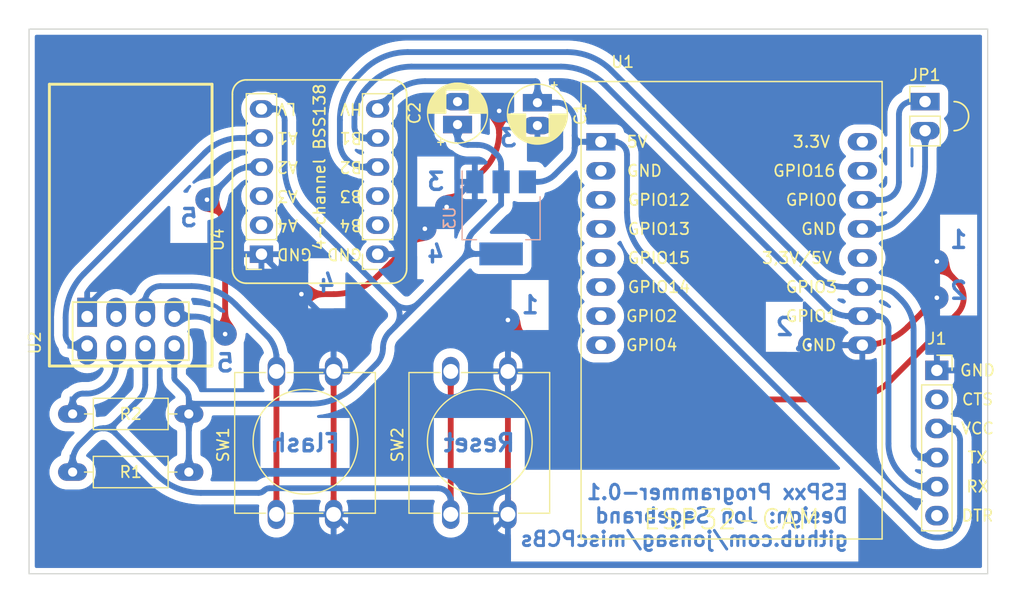
<source format=kicad_pcb>
(kicad_pcb (version 20211014) (generator pcbnew)
  (title_block (title "ESPxx Programmer") (date "2022-10-23") (rev "0.1"))
  (layers (0 "F.Cu" signal) (31 "B.Cu" signal) (34 "B.Paste" user) (35 "F.Paste" user) (36 "B.SilkS" user "B.Silkscreen") (37 "F.SilkS" user "F.Silkscreen") (38 "B.Mask" user) (39 "F.Mask" user) (44 "Edge.Cuts" user))
  (net 0 "")
  (net 1 "GND")
  (net 3 "+5V")
  (net 4 "TX")
  (net 13 "RX")
  (net 15 "Net-(JP1-Pad2)")
  (net 16 "Net-(JP1-Pad1)")
  (net 19 "+3V3")
  (net 20 "Net-(R1-Pad1)")
  (net 21 "Net-(R2-Pad1)")
  (net 22 "Net-(SW1-Pad1)")
  (net 23 "RX-l")
  (net 25 "TX-l")
  (footprint "My_Misc:CP_Radial_D5.0mm_P2.00mm_larger" (layer "F.Cu") (at 113.665 61.0498 -90)
    (fp_text reference "C1")
    (fp_text value "22u")
  )
  (footprint "My_Misc:SW_PUSH-12mm_large" (layer "F.Cu") (at 106.085 97.045 90)
    (fp_text reference "SW2")
    (fp_text value "Reset")
  )
  (footprint "My_Misc:SW_PUSH-12mm_large" (layer "F.Cu") (at 90.845 97.045 90)
    (fp_text reference "SW1")
    (fp_text value "Flash")
  )
  (footprint "My_ESP32:ESP32-CAM" (layer "F.Cu") (at 119.2135 64.4685)
    (fp_text reference "U1")
    (fp_text value "ESP32-CAM")
  )
  (footprint "My_Headers:6-pin FTDI Programmer PinSocket large" (layer "F.Cu") (at 148.59 84.455)
    (fp_text reference "J1")
    (fp_text value "FTDI Programmer")
  )
  (footprint "My_Misc:R_Axial_DIN0207_L6.3mm_D2.5mm_P10.16mm_Horizontal_larger_pads" (layer "F.Cu") (at 73.025 88.265)
    (fp_text reference "R2")
    (fp_text value "10k")
  )
  (footprint "My_Misc:R_Axial_DIN0207_L6.3mm_D2.5mm_P10.16mm_Horizontal_larger_pads" (layer "F.Cu") (at 73.025 93.345)
    (fp_text reference "R1")
    (fp_text value "10k")
  )
  (footprint "My_Parts:4-channel_I2C_level_shifter_BSS138_large" (layer "F.Cu") (at 89.5357 74.2957 90)
    (fp_text reference "U4")
    (fp_text value "Level shifter BSS138")
  )
  (footprint "My_Misc:CP_Radial_D5.0mm_P2.00mm_larger" (layer "F.Cu") (at 106.68 62.96 90)
    (fp_text reference "C2")
    (fp_text value "22u")
  )
  (footprint "My_Parts:Jumper_1x02_P2.54mm_large" (layer "F.Cu") (at 147.56 60.955)
    (fp_text reference "JP1")
    (fp_text value "Flash")
  )
  (footprint "My_ESP8266:ESP-01_w_pin_socket_large" (layer "F.Cu") (at 74.295 82.296 90)
    (fp_text reference "U2")
    (fp_text value "ESP-01h")
  )
  (footprint "Package_TO_SOT_SMD:SOT-223-3_TabPin2" (layer "B.Cu") (at 110.49 71.12 -90)
    (fp_text reference "U3")
    (fp_text value "AMS1117-3.3")
  )
  (gr_line (start 153.035 102.235) (end 69.215 102.235) (layer "Edge.Cuts") (width 0.1))
  (gr_line (start 69.215 54.61) (end 153.035 54.61) (layer "Edge.Cuts") (width 0.1))
  (gr_line (start 153.035 54.61) (end 153.035 102.235) (layer "Edge.Cuts") (width 0.1))
  (gr_line (start 69.215 102.235) (end 69.215 54.61) (layer "Edge.Cuts") (width 0.1))
  (gr_text "${TITLE}-${REVISION}\nDesign: Jon Sagebrand\ngithub.com/jonsag/miscPCBs" (at 140.97 97.155) (layer "B.Cu") (effects (font (size 1.27 1.27) (thickness 0.254)) (justify left mirror)))
  (gr_text "Reset" (at 108.585 90.805) (layer "B.Cu") (effects (font (size 1.5 1.5) (thickness 0.3)) (justify mirror)))
  (gr_text "Flash" (at 93.345 90.805) (layer "B.Cu") (effects (font (size 1.5 1.5) (thickness 0.3)) (justify mirror)))
  (gr_text "5" (at 83.185 71.12) (layer "B.Cu") (effects (font (size 1.5 1.5) (thickness 0.3)) (justify mirror)))
  (gr_text "3" (at 104.775 67.945) (layer "B.Cu") (effects (font (size 1.5 1.5) (thickness 0.3)) (justify mirror)))
  (gr_text "5" (at 86.36 83.82) (layer "B.Cu") (effects (font (size 1.5 1.5) (thickness 0.3)) (justify mirror)))
  (gr_text "4" (at 95.25 76.835) (layer "B.Cu") (effects (font (size 1.5 1.5) (thickness 0.3)) (justify mirror)))
  (gr_text "3" (at 111.125 64.135) (layer "B.Cu") (effects (font (size 1.5 1.5) (thickness 0.3)) (justify mirror)))
  (gr_text "1" (at 113.03 78.74) (layer "B.Cu") (effects (font (size 1.5 1.5) (thickness 0.3)) (justify mirror)))
  (gr_text "2" (at 150.495 77.47) (layer "B.Cu") (effects (font (size 1.5 1.5) (thickness 0.3)) (justify mirror)))
  (gr_text "2" (at 135.255 80.645) (layer "B.Cu") (effects (font (size 1.5 1.5) (thickness 0.3)) (justify mirror)))
  (gr_text "4" (at 104.775 74.295) (layer "B.Cu") (effects (font (size 1.5 1.5) (thickness 0.3)) (justify mirror)))
  (gr_text "1" (at 150.495 73.025) (layer "B.Cu") (effects (font (size 1.5 1.5) (thickness 0.3)) (justify mirror)))
  (segment (start 110.318589 63.671411) (end 110.318589 61.766411) (width 0.508) (layer "F.Cu") (net 1))
  (segment (start 150.350787 79.519212) (end 144.468792 85.401207) (width 0.508) (layer "F.Cu") (net 1))
  (segment (start 93.0275 77.7875) (end 95.853536 77.7875) (width 0.508) (layer "F.Cu") (net 1))
  (segment (start 111.085 84.52) (end 111.085 84.57) (width 0.508) (layer "F.Cu") (net 1))
  (segment (start 111.085 80.05) (end 116.436207 85.401207) (width 0.508) (layer "F.Cu") (net 1))
  (segment (start 103.8225 72.0725) (end 99.701292 76.193707) (width 0.508) (layer "F.Cu") (net 1))
  (segment (start 111.085 84.57) (end 111.085 97.045) (width 0.508) (layer "F.Cu") (net 1))
  (segment (start 140.621036 86.995) (end 120.283963 86.995) (width 0.508) (layer "F.Cu") (net 1))
  (segment (start 146.040292 80.654707) (end 148.59 78.105) (width 0.508) (layer "F.Cu") (net 1))
  (segment (start 95.845 84.57) (end 95.845 97.045) (width 0.508) (layer "F.Cu") (net 1))
  (segment (start 111.102677 84.477322) (end 111.125 84.455) (width 0.508) (layer "F.Cu") (net 1))
  (segment (start 95.845 84.52) (end 95.845 84.57) (width 0.508) (layer "F.Cu") (net 1))
  (segment (start 95.862677 84.477322) (end 95.885 84.455) (width 0.508) (layer "F.Cu") (net 1))
  (segment (start 150.350787 76.690787) (end 148.59 74.93) (width 0.508) (layer "F.Cu") (net 1))
  (segment (start 142.192536 82.2485) (end 137.4615 82.2485) (width 0.508) (layer "F.Cu") (net 1))
  (segment (start 108.97155 66.923449) (end 105.7275 70.1675) (width 0.508) (layer "F.Cu") (net 1))
  (via (at 111.085 80.05) (size 2.032) (drill 0.4) (layers "F.Cu" "B.Cu") (net 1))
  (via (at 148.59 74.93) (size 2.032) (drill 0.4) (layers "F.Cu" "B.Cu") (net 1))
  (via (at 148.59 78.105) (size 2.032) (drill 0.4) (layers "F.Cu" "B.Cu") (net 1))
  (via (at 110.318589 61.766411) (size 2.032) (drill 0.4) (layers "F.Cu" "B.Cu") (net 1))
  (via (at 137.4615 82.2485) (size 2.032) (drill 0.4) (layers "F.Cu" "B.Cu") (net 1))
  (via (at 103.8225 72.0725) (size 2.032) (drill 0.4) (layers "F.Cu" "B.Cu") (net 1))
  (via (at 105.7275 70.1675) (size 2.032) (drill 0.4) (layers "F.Cu" "B.Cu") (net 1))
  (via (at 93.0275 77.7875) (size 2.032) (drill 0.4) (layers "F.Cu" "B.Cu") (net 1))
  (arc (start 111.102677 84.477322) (mid 111.089594 84.496902) (end 111.085 84.52) (width 0.508) (layer "F.Cu") (net 1))
  (arc (start 99.701292 76.193707) (mid 97.935926 77.373286) (end 95.853536 77.7875) (width 0.508) (layer "F.Cu") (net 1))
  (arc (start 95.862677 84.477322) (mid 95.849594 84.496902) (end 95.845 84.52) (width 0.508) (layer "F.Cu") (net 1))
  (arc (start 146.040292 80.654707) (mid 144.274926 81.834286) (end 142.192536 82.2485) (width 0.508) (layer "F.Cu") (net 1))
  (arc (start 144.468792 85.401207) (mid 142.703426 86.580786) (end 140.621036 86.995) (width 0.508) (layer "F.Cu") (net 1))
  (arc (start 150.350787 76.690787) (mid 150.936573 78.104999) (end 150.350787 79.519212) (width 0.508) (layer "F.Cu") (net 1))
  (arc (start 116.436207 85.401207) (mid 118.201572 86.580786) (end 120.283963 86.995) (width 0.508) (layer "F.Cu") (net 1))
  (arc (start 110.318589 63.671411) (mid 109.968504 65.431401) (end 108.97155 66.923449) (width 0.508) (layer "F.Cu") (net 1))
  (segment (start 105.7275 70.1675) (end 103.8225 72.0725) (width 0.508) (layer "B.Cu") (net 1))
  (segment (start 106.788948 99.695) (end 100.368832 99.695) (width 0.508) (layer "B.Cu") (net 1))
  (segment (start 111.085 80.05) (end 111.085 84.545) (width 0.508) (layer "B.Cu") (net 1))
  (segment (start 102.272324 73.622675) (end 103.8225 72.0725) (width 0.508) (layer "B.Cu") (net 1))
  (segment (start 95.845 82.575) (end 95.845 84.545) (width 0.508) (layer "B.Cu") (net 1))
  (segment (start 97.17 98.37) (end 95.845 97.045) (width 0.508) (layer "B.Cu") (net 1))
  (segment (start 110.318589 61.766411) (end 110.960283 62.408105) (width 0.508) (layer "B.Cu") (net 1))
  (segment (start 105.7275 70.1675) (end 107.95 67.945) (width 0.508) (layer "B.Cu") (net 1))
  (segment (start 109.915383 61.363205) (end 110.318589 61.766411) (width 0.508) (layer "B.Cu") (net 1))
  (segment (start 93.0275 77.7875) (end 89.535 74.295) (width 0.508) (layer "B.Cu") (net 1))
  (segment (start 74.295 79.113062) (end 74.295 79.375) (width 0.508) (layer "B.Cu") (net 1))
  (segment (start 74.480218 78.665905) (end 77.256631 75.889492) (width 0.508) (layer "B.Cu") (net 1))
  (segment (start 112.509471 63.0498) (end 113.665 63.0498) (width 0.508) (layer "B.Cu") (net 1))
  (segment (start 148.59 78.105) (end 148.59 84.455) (width 0.508) (layer "B.Cu") (net 1))
  (segment (start 148.59 78.105) (end 148.59 74.93) (width 0.508) (layer "B.Cu") (net 1))
  (segment (start 109.855 98.425) (end 111.125 97.155) (width 0.508) (layer "B.Cu") (net 1))
  (segment (start 137.4615 82.2485) (end 142.0735 82.2485) (width 0.508) (layer "B.Cu") (net 1))
  (segment (start 137.039692 82.2485) (end 137.4615 82.2485) (width 0.508) (layer "B.Cu") (net 1))
  (segment (start 108.941959 60.96) (end 106.68 60.96) (width 0.508) (layer "B.Cu") (net 1))
  (segment (start 111.105 79.395) (end 111.125 79.375) (width 0.508) (layer "B.Cu") (net 1))
  (segment (start 111.085 79.443284) (end 111.085 80.05) (width 0.508) (layer "B.Cu") (net 1))
  (segment (start 93.0275 77.7875) (end 94.451999 79.211999) (width 0.508) (layer "B.Cu") (net 1))
  (segment (start 136.67575 82.39925) (end 136.525 82.55) (width 0.508) (layer "B.Cu") (net 1))
  (segment (start 81.104387 74.2957) (end 89.5357 74.2957) (width 0.508) (layer "B.Cu") (net 1))
  (segment (start 100.6475 74.2957) (end 99.6957 74.2957) (width 0.508) (layer "B.Cu") (net 1))
  (arc (start 109.855 98.425) (mid 108.448283 99.364937) (end 106.788948 99.695) (width 0.508) (layer "B.Cu") (net 1))
  (arc (start 111.105 79.395) (mid 111.090197 79.417152) (end 111.085 79.443284) (width 0.508) (layer "B.Cu") (net 1))
  (arc (start 109.915383 61.363205) (mid 109.468772 61.064789) (end 108.941959 60.96) (width 0.508) (layer "B.Cu") (net 1))
  (arc (start 137.039692 82.2485) (mid 136.842728 82.287678) (end 136.67575 82.39925) (width 0.508) (layer "B.Cu") (net 1))
  (arc (start 81.104387 74.2957) (mid 79.021996 74.709913) (end 77.256631 75.889492) (width 0.508) (layer "B.Cu") (net 1))
  (arc (start 110.960283 62.408105) (mid 111.671056 62.883028) (end 112.509471 63.0498) (width 0.508) (layer "B.Cu") (net 1))
  (arc (start 74.480218 78.665905) (mid 74.343136 78.871062) (end 74.295 79.113062) (width 0.508) (layer "B.Cu") (net 1))
  (arc (start 94.451999 79.211999) (mid 95.48297 80.754957) (end 95.845 82.575) (width 0.508) (layer "B.Cu") (net 1))
  (arc (start 97.17 98.37) (mid 98.637636 99.350643) (end 100.368832 99.695) (width 0.508) (layer "B.Cu") (net 1))
  (arc (start 102.272324 73.622675) (mid 101.526848 74.120786) (end 100.6475 74.2957) (width 0.508) (layer "B.Cu") (net 1))
  (segment (start 116.43925 61.53775) (end 116.355446 61.453946) (width 0.508) (layer "B.Cu") (net 3))
  (segment (start 117.4925 64.4685) (end 118.07035 64.4685) (width 0.508) (layer "B.Cu") (net 3))
  (segment (start 113.486095 59.1667) (end 103.842262 59.1667) (width 0.508) (layer "B.Cu") (net 3))
  (segment (start 116.9272 62.715765) (end 116.9272 63.9032) (width 0.508) (layer "B.Cu") (net 3))
  (segment (start 121.4998 65.61165) (end 121.4998 70.641736) (width 0.508) (layer "B.Cu") (net 3))
  (segment (start 147.029595 98.425495) (end 123.093592 74.489492) (width 0.508) (layer "B.Cu") (net 3))
  (segment (start 114.23665 61.0498) (end 114.2366 61.0498) (width 0.508) (layer "B.Cu") (net 3))
  (segment (start 148.60295 99.0772) (end 148.748408 99.0772) (width 0.508) (layer "B.Cu") (net 3))
  (segment (start 113.665 59.345604) (end 113.665 60.4782) (width 0.508) (layer "B.Cu") (net 3))
  (segment (start 113.67315 67.97) (end 112.79 67.97) (width 0.508) (layer "B.Cu") (net 3))
  (segment (start 115.37975 61.0498) (end 114.23665 61.0498) (width 0.508) (layer "B.Cu") (net 3))
  (segment (start 120.35665 64.4685) (end 118.07035 64.4685) (width 0.508) (layer "B.Cu") (net 3))
  (segment (start 116.9272 65.0338) (end 116.9272 63.9032) (width 0.508) (layer "B.Cu") (net 3))
  (segment (start 100.9102 60.3812) (end 99.6957 61.5957) (width 0.508) (layer "B.Cu") (net 3))
  (segment (start 150.6223 90.55115) (end 150.6223 97.203308) (width 0.508) (layer "B.Cu") (net 3))
  (segment (start 149.60615 89.535) (end 148.59 89.535) (width 0.508) (layer "B.Cu") (net 3))
  (segment (start 115.180781 67.345518) (end 116.527472 65.998827) (width 0.508) (layer "B.Cu") (net 3))
  (arc (start 116.43925 61.53775) (mid 116.800385 62.078227) (end 116.9272 62.715765) (width 0.508) (layer "B.Cu") (net 3))
  (arc (start 117.4925 64.4685) (mid 117.092772 64.634072) (end 116.9272 65.0338) (width 0.508) (layer "B.Cu") (net 3))
  (arc (start 150.6223 97.203308) (mid 150.479658 97.920415) (end 150.07345 98.52835) (width 0.508) (layer "B.Cu") (net 3))
  (arc (start 121.4998 70.641736) (mid 121.914013 72.724126) (end 123.093592 74.489492) (width 0.508) (layer "B.Cu") (net 3))
  (arc (start 113.665 60.4782) (mid 113.832417 60.882382) (end 114.2366 61.0498) (width 0.508) (layer "B.Cu") (net 3))
  (arc (start 147.029595 98.425495) (mid 147.751456 98.907827) (end 148.60295 99.0772) (width 0.508) (layer "B.Cu") (net 3))
  (arc (start 116.355446 61.453946) (mid 115.907793 61.154834) (end 115.37975 61.0498) (width 0.508) (layer "B.Cu") (net 3))
  (arc (start 113.6126 59.2191) (mid 113.554559 59.180318) (end 113.486095 59.1667) (width 0.508) (layer "B.Cu") (net 3))
  (arc (start 103.842262 59.1667) (mid 102.255441 59.482338) (end 100.9102 60.3812) (width 0.508) (layer "B.Cu") (net 3))
  (arc (start 116.9272 65.0338) (mid 116.823314 65.556068) (end 116.527472 65.998827) (width 0.508) (layer "B.Cu") (net 3))
  (arc (start 115.180781 67.345518) (mid 114.489074 67.807702) (end 113.67315 67.97) (width 0.508) (layer "B.Cu") (net 3))
  (arc (start 113.6126 59.2191) (mid 113.651381 59.27714) (end 113.665 59.345604) (width 0.508) (layer "B.Cu") (net 3))
  (arc (start 150.07345 98.52835) (mid 149.465515 98.934558) (end 148.748408 99.0772) (width 0.508) (layer "B.Cu") (net 3))
  (arc (start 116.9272 63.9032) (mid 117.092772 64.302927) (end 117.4925 64.4685) (width 0.508) (layer "B.Cu") (net 3))
  (arc (start 150.6223 90.55115) (mid 150.324676 89.832623) (end 149.60615 89.535) (width 0.508) (layer "B.Cu") (net 3))
  (arc (start 121.4998 65.61165) (mid 121.164979 64.80332) (end 120.35665 64.4685) (width 0.508) (layer "B.Cu") (net 3))
  (segment (start 143.3205 77.1685) (end 142.38505 77.1685) (width 0.508) (layer "B.Cu") (net 4))
  (segment (start 146.5577 80.920549) (end 146.5577 91.05885) (width 0.508) (layer "B.Cu") (net 4))
  (segment (start 97.986892 58.703106) (end 98.470207 58.219792) (width 0.508) (layer "B.Cu") (net 4))
  (segment (start 120.115692 58.219792) (end 138.000522 76.104622) (width 0.508) (layer "B.Cu") (net 4))
  (segment (start 145.094696 77.903396) (end 145.45875 78.26745) (width 0.508) (layer "B.Cu") (net 4))
  (segment (start 98.561637 66.6757) (end 99.6957 66.6757) (width 0.508) (layer "B.Cu") (net 4))
  (segment (start 116.267936 56.626) (end 102.317963 56.626) (width 0.508) (layer "B.Cu") (net 4))
  (segment (start 147.57385 92.075) (end 148.59 92.075) (width 0.508) (layer "B.Cu") (net 4))
  (segment (start 142.38505 77.1685) (end 142.17735 77.1685) (width 0.508) (layer "B.Cu") (net 4))
  (segment (start 141.96965 77.1685) (end 140.56895 77.1685) (width 0.508) (layer "B.Cu") (net 4))
  (segment (start 96.3931 64.507162) (end 96.3931 62.550863) (width 0.508) (layer "B.Cu") (net 4))
  (segment (start 142.17735 77.1685) (end 141.96965 77.1685) (width 0.508) (layer "B.Cu") (net 4))
  (arc (start 97.02825 66.04055) (mid 97.731774 66.510629) (end 98.561637 66.6757) (width 0.508) (layer "B.Cu") (net 4))
  (arc (start 97.986892 58.703106) (mid 96.807313 60.468472) (end 96.3931 62.550863) (width 0.508) (layer "B.Cu") (net 4))
  (arc (start 138.000522 76.104622) (mid 139.178926 76.892007) (end 140.56895 77.1685) (width 0.508) (layer "B.Cu") (net 4))
  (arc (start 146.5577 91.05885) (mid 146.855323 91.777376) (end 147.57385 92.075) (width 0.508) (layer "B.Cu") (net 4))
  (arc (start 145.45875 78.26745) (mid 146.272092 79.484702) (end 146.5577 80.920549) (width 0.508) (layer "B.Cu") (net 4))
  (arc (start 102.317963 56.626) (mid 100.235572 57.040213) (end 98.470207 58.219792) (width 0.508) (layer "B.Cu") (net 4))
  (arc (start 145.094696 77.903396) (mid 144.280687 77.359493) (end 143.3205 77.1685) (width 0.508) (layer "B.Cu") (net 4))
  (arc (start 120.115692 58.219792) (mid 118.350326 57.040213) (end 116.267936 56.626) (width 0.508) (layer "B.Cu") (net 4))
  (arc (start 96.3931 64.507162) (mid 96.55817 65.337025) (end 97.02825 66.04055) (width 0.508) (layer "B.Cu") (net 4))
  (segment (start 102.65976 57.8963) (end 115.721036 57.8963) (width 0.508) (layer "B.Cu") (net 13))
  (segment (start 147.57385 94.615) (end 148.59 94.615) (width 0.508) (layer "B.Cu") (net 13))
  (segment (start 138.97887 78.90017) (end 119.568792 59.490092) (width 0.508) (layer "B.Cu") (net 13))
  (segment (start 142.38505 79.7085) (end 143.3205 79.7085) (width 0.508) (layer "B.Cu") (net 13))
  (segment (start 97.6634 63.11955) (end 97.6634 62.4794) (width 0.508) (layer "B.Cu") (net 13))
  (segment (start 98.67955 64.1357) (end 99.6957 64.1357) (width 0.508) (layer "B.Cu") (net 13))
  (segment (start 98.83458 59.651919) (end 99.1268 59.3597) (width 0.508) (layer "B.Cu") (net 13))
  (segment (start 142.17735 79.7085) (end 141.96965 79.7085) (width 0.508) (layer "B.Cu") (net 13))
  (segment (start 145.45875 93.51605) (end 145.839173 93.896473) (width 0.508) (layer "B.Cu") (net 13))
  (segment (start 144.3598 90.86295) (end 144.3598 80.7478) (width 0.508) (layer "B.Cu") (net 13))
  (segment (start 141.96965 79.7085) (end 140.93035 79.7085) (width 0.508) (layer "B.Cu") (net 13))
  (segment (start 142.38505 79.7085) (end 142.17735 79.7085) (width 0.508) (layer "B.Cu") (net 13))
  (arc (start 144.3598 90.86295) (mid 144.645407 92.298797) (end 145.45875 93.51605) (width 0.508) (layer "B.Cu") (net 13))
  (arc (start 98.83458 59.651919) (mid 97.967779 60.949178) (end 97.6634 62.4794) (width 0.508) (layer "B.Cu") (net 13))
  (arc (start 138.97887 78.90017) (mid 139.874216 79.498421) (end 140.93035 79.7085) (width 0.508) (layer "B.Cu") (net 13))
  (arc (start 102.65976 57.8963) (mid 100.747735 58.276625) (end 99.1268 59.3597) (width 0.508) (layer "B.Cu") (net 13))
  (arc (start 145.839173 93.896473) (mid 146.635049 94.42826) (end 147.57385 94.615) (width 0.508) (layer "B.Cu") (net 13))
  (arc (start 97.6634 63.11955) (mid 97.961023 63.838076) (end 98.67955 64.1357) (width 0.508) (layer "B.Cu") (net 13))
  (arc (start 119.568792 59.490092) (mid 117.803426 58.310513) (end 115.721036 57.8963) (width 0.508) (layer "B.Cu") (net 13))
  (arc (start 144.3598 80.7478) (mid 144.055396 80.012903) (end 143.3205 79.7085) (width 0.508) (layer "B.Cu") (net 13))
  (segment (start 145.966206 70.482092) (end 145.168129 71.28017) (width 0.508) (layer "B.Cu") (net 15))
  (segment (start 147.56 66.634336) (end 147.56 63.495) (width 0.508) (layer "B.Cu") (net 15))
  (segment (start 143.21665 72.0885) (end 142.0735 72.0885) (width 0.508) (layer "B.Cu") (net 15))
  (arc (start 147.56 66.634336) (mid 147.145786 68.716726) (end 145.966206 70.482092) (width 0.508) (layer "B.Cu") (net 15))
  (arc (start 145.168129 71.28017) (mid 144.272782 71.878421) (end 143.21665 72.0885) (width 0.508) (layer "B.Cu") (net 15))
  (segment (start 146.41685 60.955) (end 147.56 60.955) (width 0.508) (layer "B.Cu") (net 16))
  (segment (start 143.713575 69.5485) (end 142.0735 69.5485) (width 0.508) (layer "B.Cu") (net 16))
  (segment (start 145.2737 62.09815) (end 145.2737 67.988375) (width 0.508) (layer "B.Cu") (net 16))
  (arc (start 145.2737 67.988375) (mid 145.154942 68.585409) (end 144.81675 69.09155) (width 0.508) (layer "B.Cu") (net 16))
  (arc (start 144.81675 69.09155) (mid 144.310609 69.429742) (end 143.713575 69.5485) (width 0.508) (layer "B.Cu") (net 16))
  (arc (start 146.41685 60.955) (mid 145.60852 61.28982) (end 145.2737 62.09815) (width 0.508) (layer "B.Cu") (net 16))
  (segment (start 81.915 84.8366) (end 81.915 85.09) (width 0.508) (layer "B.Cu") (net 19))
  (segment (start 82.00459 85.30629) (end 82.870655 86.172355) (width 0.508) (layer "B.Cu") (net 19))
  (segment (start 109.8823 65.346) (end 110.133582 65.597282) (width 0.508) (layer "B.Cu") (net 19))
  (segment (start 106.68 63.84915) (end 106.68 62.96) (width 0.508) (layer "B.Cu") (net 19))
  (segment (start 107.061577 74.782122) (end 103.25875 78.58495) (width 0.508) (layer "B.Cu") (net 19))
  (segment (start 81.915 84.8366) (end 81.915 82.296) (width 0.508) (layer "B.Cu") (net 19))
  (segment (start 100.739691 81.104008) (end 101.19325 80.65045) (width 0.508) (layer "B.Cu") (net 19))
  (segment (start 83.185 87.82035) (end 83.185 87.8204) (width 0.508) (layer "B.Cu") (net 19))
  (segment (start 93.161799 70.553584) (end 101.193245 78.584954) (width 0.508) (layer "B.Cu") (net 19))
  (segment (start 110.49 66.45775) (end 110.49 67.46585) (width 0.508) (layer "B.Cu") (net 19))
  (segment (start 83.62955 87.3758) (end 93.852136 87.3758) (width 0.508) (layer "B.Cu") (net 19))
  (segment (start 110.49 67.46585) (end 110.49 67.4659) (width 0.508) (layer "B.Cu") (net 19))
  (segment (start 99.581308 83.900591) (end 97.699892 85.782007) (width 0.508) (layer "B.Cu") (net 19))
  (segment (start 83.185 88.7096) (end 83.185 93.345) (width 0.508) (layer "B.Cu") (net 19))
  (segment (start 108.29795 74.27) (end 110.49 74.27) (width 0.508) (layer "B.Cu") (net 19))
  (segment (start 91.568 66.705837) (end 91.568 62.61185) (width 0.508) (layer "B.Cu") (net 19))
  (segment (start 110.49 69.94575) (end 110.49 68.4741) (width 0.508) (layer "B.Cu") (net 19))
  (segment (start 107.56915 64.7383) (end 108.415182 64.7383) (width 0.508) (layer "B.Cu") (net 19))
  (segment (start 103.25875 78.58495) (end 101.19325 80.65045) (width 0.508) (layer "B.Cu") (net 19))
  (segment (start 83.185 87.8204) (end 83.185 88.7096) (width 0.508) (layer "B.Cu") (net 19))
  (segment (start 110.49 67.4659) (end 110.49 68.4741) (width 0.508) (layer "B.Cu") (net 19))
  (segment (start 90.55185 61.5957) (end 89.5357 61.5957) (width 0.508) (layer "B.Cu") (net 19))
  (segment (start 110.380226 70.014973) (end 108.085822 72.309377) (width 0.508) (layer "B.Cu") (net 19))
  (arc (start 110.44945 69.9863) (mid 110.411986 69.993751) (end 110.380226 70.014973) (width 0.508) (layer "B.Cu") (net 19))
  (arc (start 81.915 85.09) (mid 81.938283 85.207055) (end 82.00459 85.30629) (width 0.508) (layer "B.Cu") (net 19))
  (arc (start 91.568 62.61185) (mid 91.270376 61.893323) (end 90.55185 61.5957) (width 0.508) (layer "B.Cu") (net 19))
  (arc (start 108.085822 72.309377) (mid 107.706796 72.87663) (end 107.5737 73.54575) (width 0.508) (layer "B.Cu") (net 19))
  (arc (start 106.68 63.84915) (mid 106.940426 64.477873) (end 107.56915 64.7383) (width 0.508) (layer "B.Cu") (net 19))
  (arc (start 101.19325 80.65045) (mid 101.621026 79.617701) (end 101.193245 78.584954) (width 0.508) (layer "B.Cu") (net 19))
  (arc (start 100.1605 82.5023) (mid 100.009972 83.259049) (end 99.581308 83.900591) (width 0.508) (layer "B.Cu") (net 19))
  (arc (start 107.5737 73.54575) (mid 107.785827 74.057872) (end 108.29795 74.27) (width 0.508) (layer "B.Cu") (net 19))
  (arc (start 110.49 69.94575) (mid 110.478123 69.974423) (end 110.44945 69.9863) (width 0.508) (layer "B.Cu") (net 19))
  (arc (start 108.29795 74.27) (mid 107.62883 74.403096) (end 107.061577 74.782122) (width 0.508) (layer "B.Cu") (net 19))
  (arc (start 97.699892 85.782007) (mid 95.934526 86.961586) (end 93.852136 87.3758) (width 0.508) (layer "B.Cu") (net 19))
  (arc (start 109.8823 65.346) (mid 109.20918 64.896236) (end 108.415182 64.7383) (width 0.508) (layer "B.Cu") (net 19))
  (arc (start 100.739691 81.104008) (mid 100.311026 81.74555) (end 100.1605 82.5023) (width 0.508) (layer "B.Cu") (net 19))
  (arc (start 83.185 87.82035) (mid 83.185 87.3758) (end 83.185 86.93125) (width 0.508) (layer "B.Cu") (net 19))
  (arc (start 101.193245 78.584954) (mid 102.225998 79.01273) (end 103.25875 78.58495) (width 0.508) (layer "B.Cu") (net 19))
  (arc (start 82.870655 86.172355) (mid 83.103304 86.520539) (end 83.185 86.93125) (width 0.508) (layer "B.Cu") (net 19))
  (arc (start 107.061577 74.782122) (mid 107.440603 74.214869) (end 107.5737 73.54575) (width 0.508) (layer "B.Cu") (net 19))
  (arc (start 83.185 86.93125) (mid 83.315205 87.245594) (end 83.62955 87.3758) (width 0.508) (layer "B.Cu") (net 19))
  (arc (start 83.62955 87.3758) (mid 83.315205 87.506005) (end 83.185 87.82035) (width 0.508) (layer "B.Cu") (net 19))
  (arc (start 91.568 66.705837) (mid 91.982215 68.788224) (end 93.161799 70.553584) (width 0.508) (layer "B.Cu") (net 19))
  (arc (start 110.133582 65.597282) (mid 110.397369 65.992068) (end 110.49 66.45775) (width 0.508) (layer "B.Cu") (net 19))
  (segment (start 106.085 84.57) (end 106.085 97.045) (width 0.508) (layer "F.Cu") (net 20))
  (segment (start 106.067322 84.477322) (end 106.045 84.455) (width 0.508) (layer "F.Cu") (net 20))
  (segment (start 106.085 84.52) (end 106.085 84.57) (width 0.508) (layer "F.Cu") (net 20))
  (arc (start 106.067322 84.477322) (mid 106.080405 84.496902) (end 106.085 84.52) (width 0.508) (layer "F.Cu") (net 20))
  (segment (start 104.94185 94.7587) (end 90.253824 94.7587) (width 0.508) (layer "B.Cu") (net 20))
  (segment (start 79.375 84.213) (end 79.375 82.296) (width 0.508) (layer "B.Cu") (net 20))
  (segment (start 79.375 84.213) (end 79.375 85.7136) (width 0.508) (layer "B.Cu") (net 20))
  (segment (start 76.767651 89.953151) (end 80.383907 93.569407) (width 0.508) (layer "B.Cu") (net 20))
  (segment (start 73.025 92.45585) (end 73.025 93.345) (width 0.508) (layer "B.Cu") (net 20))
  (segment (start 89.277275 95.1632) (end 84.231663 95.1632) (width 0.508) (layer "B.Cu") (net 20))
  (segment (start 74.638548 89.953151) (end 73.653723 90.937976) (width 0.508) (layer "B.Cu") (net 20))
  (segment (start 106.085 95.90185) (end 106.085 97.045) (width 0.508) (layer "B.Cu") (net 20))
  (segment (start 78.844457 86.994442) (end 76.767651 89.071248) (width 0.508) (layer "B.Cu") (net 20))
  (arc (start 75.7031 89.5122) (mid 75.126968 89.626799) (end 74.638548 89.953151) (width 0.508) (layer "B.Cu") (net 20))
  (arc (start 90.253824 94.7587) (mid 89.989572 94.811263) (end 89.76555 94.96095) (width 0.508) (layer "B.Cu") (net 20))
  (arc (start 76.767651 89.071248) (mid 76.585003 89.512199) (end 76.767651 89.953151) (width 0.508) (layer "B.Cu") (net 20))
  (arc (start 89.76555 94.96095) (mid 89.541527 95.110636) (end 89.277275 95.1632) (width 0.508) (layer "B.Cu") (net 20))
  (arc (start 80.383907 93.569407) (mid 82.149272 94.748986) (end 84.231663 95.1632) (width 0.508) (layer "B.Cu") (net 20))
  (arc (start 106.085 95.90185) (mid 105.750179 95.09352) (end 104.94185 94.7587) (width 0.508) (layer "B.Cu") (net 20))
  (arc (start 76.767651 89.953151) (mid 76.279231 89.626799) (end 75.7031 89.5122) (width 0.508) (layer "B.Cu") (net 20))
  (arc (start 75.7031 89.5122) (mid 76.279231 89.3976) (end 76.767651 89.071248) (width 0.508) (layer "B.Cu") (net 20))
  (arc (start 79.375 85.7136) (mid 79.237116 86.406786) (end 78.844457 86.994442) (width 0.508) (layer "B.Cu") (net 20))
  (arc (start 73.653723 90.937976) (mid 73.188399 91.634382) (end 73.025 92.45585) (width 0.508) (layer "B.Cu") (net 20))
  (segment (start 73.025 87.37585) (end 73.025 88.265) (width 0.508) (layer "B.Cu") (net 21))
  (segment (start 74.234393 86.4867) (end 73.91415 86.4867) (width 0.508) (layer "B.Cu") (net 21))
  (segment (start 76.835 83.886093) (end 76.835 82.296) (width 0.508) (layer "B.Cu") (net 21))
  (arc (start 73.91415 86.4867) (mid 73.285426 86.747126) (end 73.025 87.37585) (width 0.508) (layer "B.Cu") (net 21))
  (arc (start 76.0733 85.725) (mid 75.229602 86.28874) (end 74.234393 86.4867) (width 0.508) (layer "B.Cu") (net 21))
  (arc (start 76.835 83.886093) (mid 76.63704 84.881302) (end 76.0733 85.725) (width 0.508) (layer "B.Cu") (net 21))
  (segment (start 90.845 84.52) (end 90.845 84.57) (width 0.508) (layer "F.Cu") (net 22))
  (segment (start 90.845 84.57) (end 90.845 97.045) (width 0.508) (layer "F.Cu") (net 22))
  (segment (start 90.827322 84.477322) (end 90.805 84.455) (width 0.508) (layer "F.Cu") (net 22))
  (arc (start 90.827322 84.477322) (mid 90.840405 84.496902) (end 90.845 84.52) (width 0.508) (layer "F.Cu") (net 22))
  (segment (start 90.03667 81.45037) (end 87.268792 78.682492) (width 0.508) (layer "B.Cu") (net 22))
  (segment (start 90.845 83.40185) (end 90.845 84.545) (width 0.508) (layer "B.Cu") (net 22))
  (segment (start 80.70865 77.0887) (end 83.421036 77.0887) (width 0.508) (layer "B.Cu") (net 22))
  (segment (start 79.375 78.42235) (end 79.375 79.756) (width 0.508) (layer "B.Cu") (net 22))
  (arc (start 87.268792 78.682492) (mid 85.503426 77.502913) (end 83.421036 77.0887) (width 0.508) (layer "B.Cu") (net 22))
  (arc (start 80.70865 77.0887) (mid 79.765617 77.479317) (end 79.375 78.42235) (width 0.508) (layer "B.Cu") (net 22))
  (arc (start 90.03667 81.45037) (mid 90.634921 82.345716) (end 90.845 83.40185) (width 0.508) (layer "B.Cu") (net 22))
  (segment (start 84.585755 65.428644) (end 74.008892 76.005507) (width 0.508) (layer "B.Cu") (net 23))
  (segment (start 87.7072 64.1357) (end 89.5357 64.1357) (width 0.508) (layer "B.Cu") (net 23))
  (segment (start 73.35505 82.296) (end 74.295 82.296) (width 0.508) (layer "B.Cu") (net 23))
  (segment (start 72.4151 81.35605) (end 72.4151 79.853263) (width 0.508) (layer "B.Cu") (net 23))
  (arc (start 87.7072 64.1357) (mid 86.017886 64.471725) (end 84.585755 65.428644) (width 0.508) (layer "B.Cu") (net 23))
  (arc (start 72.4151 81.35605) (mid 72.690404 82.020695) (end 73.35505 82.296) (width 0.508) (layer "B.Cu") (net 23))
  (arc (start 74.008892 76.005507) (mid 72.829313 77.770872) (end 72.4151 79.853263) (width 0.508) (layer "B.Cu") (net 23))
  (segment (start 85.56625 70.32625) (end 84.7725 69.5325) (width 0.508) (layer "F.Cu") (net 25))
  (segment (start 86.36 72.242532) (end 86.36 81.28) (width 0.508) (layer "F.Cu") (net 25))
  (via (at 84.7725 69.5325) (size 2.032) (drill 0.4) (layers "F.Cu" "B.Cu") (net 25))
  (via (at 86.36 81.28) (size 2.032) (drill 0.4) (layers "F.Cu" "B.Cu") (net 25))
  (arc (start 85.56625 70.32625) (mid 86.153711 71.205447) (end 86.36 72.242532) (width 0.508) (layer "F.Cu") (net 25))
  (segment (start 84.7725 69.5325) (end 84.455 69.85) (width 0.508) (layer "B.Cu") (net 25))
  (segment (start 85.598 80.518) (end 86.36 81.28) (width 0.508) (layer "B.Cu") (net 25))
  (segment (start 86.955285 67.349714) (end 84.7725 69.5325) (width 0.508) (layer "B.Cu") (net 25))
  (segment (start 88.5825 66.6757) (end 89.5357 66.6757) (width 0.508) (layer "B.Cu") (net 25))
  (segment (start 83.758369 79.756) (end 81.915 79.756) (width 0.508) (layer "B.Cu") (net 25))
  (arc (start 88.5825 66.6757) (mid 87.701857 66.85087) (end 86.955285 67.349714) (width 0.508) (layer "B.Cu") (net 25))
  (arc (start 85.598 80.518) (mid 84.75397 79.954037) (end 83.758369 79.756) (width 0.508) (layer "B.Cu") (net 25))
  (zone (net 20) (net_name "Net-(R1-Pad1)") (layer "F.Cu") (priority 16962) (connect_pads yes (clearance 0)) (min_thickness 0.0254) (fill yes (thermal_gap 0.508) (thermal_bridge_width 0.508))
    (polygon (pts (xy 106.339 86.067) (xy 106.344759 85.892964) (xy 106.361396 85.746705) (xy 106.38795 85.622393) (xy 106.42346 85.514201) (xy 106.466966 85.4163) (xy 106.517506 85.322861) (xy 106.574121 85.228054) (xy 106.635848 85.126052) (xy 106.701728 85.011026) (xy 106.7708 84.877148) (xy 106.085 84.164) (xy 105.3992 84.877148) (xy 105.468271 85.011026) (xy 105.534151 85.126052) (xy 105.595878 85.228054) (xy 105.652493 85.322861) (xy 105.703033 85.4163) (xy 105.746539 85.514201) (xy 105.782049 85.622393) (xy 105.808603 85.746705) (xy 105.82524 85.892964) (xy 105.831 86.067)))
  )
  (zone (net 25) (net_name "TX-l") (layer "F.Cu") (priority 16962) (connect_pads yes (clearance 0)) (min_thickness 0.0254) (fill yes (thermal_gap 0.508) (thermal_bridge_width 0.508))
    (polygon (pts (xy 86.106 79.254) (xy 86.096256 79.48868) (xy 86.068422 79.683771) (xy 86.02459 79.847754) (xy 85.966852 79.989112) (xy 85.897302 80.116326) (xy 85.818031 80.23788) (xy 85.731133 80.362255) (xy 85.638699 80.497935) (xy 85.542824 80.653401) (xy 85.4456 80.837136) (xy 86.36 81.788) (xy 87.2744 80.837136) (xy 87.177175 80.653401) (xy 87.0813 80.497935) (xy 86.988866 80.362255) (xy 86.901968 80.23788) (xy 86.822697 80.116326) (xy 86.753147 79.989112) (xy 86.695409 79.847754) (xy 86.651577 79.683771) (xy 86.623743 79.48868) (xy 86.614 79.254)))
  )
  (zone (net 1) (net_name "GND") (layer "F.Cu") (priority 16962) (connect_pads yes (clearance 0)) (min_thickness 0.0254) (fill yes (thermal_gap 0.508) (thermal_bridge_width 0.508))
    (polygon (pts (xy 112.697202 81.302992) (xy 112.538147 81.130158) (xy 112.419878 80.972526) (xy 112.334919 80.825579) (xy 112.275791 80.684797) (xy 112.235017 80.545664) (xy 112.205118 80.403659) (xy 112.178618 80.254266) (xy 112.148038 80.092966) (xy 112.105901 79.915242) (xy 112.04473 79.716574) (xy 110.72579 79.69079) (xy 110.751574 81.00973) (xy 110.950242 81.070901) (xy 111.127966 81.113038) (xy 111.289266 81.143618) (xy 111.438659 81.170118) (xy 111.580664 81.200017) (xy 111.719797 81.240791) (xy 111.860579 81.299919) (xy 112.007526 81.384878) (xy 112.165158 81.503147) (xy 112.337992 81.662202)))
  )
  (zone (net 1) (net_name "GND") (layer "F.Cu") (priority 16962) (connect_pads yes (clearance 0)) (min_thickness 0.0254) (fill yes (thermal_gap 0.508) (thermal_bridge_width 0.508))
    (polygon (pts (xy 147.337008 79.717202) (xy 147.509841 79.558147) (xy 147.667473 79.439878) (xy 147.81442 79.354919) (xy 147.955202 79.295791) (xy 148.094335 79.255017) (xy 148.23634 79.225118) (xy 148.385733 79.198618) (xy 148.547033 79.168038) (xy 148.724757 79.125901) (xy 148.923426 79.06473) (xy 148.94921 77.74579) (xy 147.63027 77.771574) (xy 147.569098 77.970242) (xy 147.526961 78.147966) (xy 147.496381 78.309266) (xy 147.469881 78.458659) (xy 147.439982 78.600664) (xy 147.399208 78.739797) (xy 147.34008 78.880579) (xy 147.255121 79.027526) (xy 147.136852 79.185158) (xy 146.977798 79.357992)))
  )
  (zone (net 1) (net_name "GND") (layer "F.Cu") (priority 16962) (connect_pads yes (clearance 0)) (min_thickness 0.0254) (fill yes (thermal_gap 0.508) (thermal_bridge_width 0.508))
    (polygon (pts (xy 95.591 95.523) (xy 95.58524 95.697035) (xy 95.568603 95.843294) (xy 95.542049 95.967606) (xy 95.506539 96.075798) (xy 95.463033 96.173699) (xy 95.412493 96.267138) (xy 95.355878 96.361945) (xy 95.294151 96.463947) (xy 95.228271 96.578973) (xy 95.1592 96.712852) (xy 95.845 97.426) (xy 96.5308 96.712852) (xy 96.461728 96.578973) (xy 96.395848 96.463947) (xy 96.334121 96.361945) (xy 96.277506 96.267138) (xy 96.226966 96.173699) (xy 96.18346 96.075798) (xy 96.14795 95.967606) (xy 96.121396 95.843294) (xy 96.104759 95.697035) (xy 96.099 95.523)))
  )
  (zone (net 1) (net_name "GND") (layer "F.Cu") (priority 16962) (connect_pads yes (clearance 0)) (min_thickness 0.0254) (fill yes (thermal_gap 0.508) (thermal_bridge_width 0.508))
    (polygon (pts (xy 111.339 86.067) (xy 111.344759 85.892964) (xy 111.361396 85.746705) (xy 111.38795 85.622393) (xy 111.42346 85.514201) (xy 111.466966 85.4163) (xy 111.517506 85.322861) (xy 111.574121 85.228054) (xy 111.635848 85.126052) (xy 111.701728 85.011026) (xy 111.7708 84.877148) (xy 111.085 84.164) (xy 110.3992 84.877148) (xy 110.468271 85.011026) (xy 110.534151 85.126052) (xy 110.595878 85.228054) (xy 110.652493 85.322861) (xy 110.703033 85.4163) (xy 110.746539 85.514201) (xy 110.782049 85.622393) (xy 110.808603 85.746705) (xy 110.82524 85.892964) (xy 110.831 86.067)))
  )
  (zone (net 22) (net_name "Net-(SW1-Pad1)") (layer "F.Cu") (priority 16962) (connect_pads yes (clearance 0)) (min_thickness 0.0254) (fill yes (thermal_gap 0.508) (thermal_bridge_width 0.508))
    (polygon (pts (xy 90.591 95.523) (xy 90.58524 95.697035) (xy 90.568603 95.843294) (xy 90.542049 95.967606) (xy 90.506539 96.075798) (xy 90.463033 96.173699) (xy 90.412493 96.267138) (xy 90.355878 96.361945) (xy 90.294151 96.463947) (xy 90.228271 96.578973) (xy 90.1592 96.712852) (xy 90.845 97.426) (xy 91.5308 96.712852) (xy 91.461728 96.578973) (xy 91.395848 96.463947) (xy 91.334121 96.361945) (xy 91.277506 96.267138) (xy 91.226966 96.173699) (xy 91.18346 96.075798) (xy 91.14795 95.967606) (xy 91.121396 95.843294) (xy 91.104759 95.697035) (xy 91.099 95.523)))
  )
  (zone (net 22) (net_name "Net-(SW1-Pad1)") (layer "F.Cu") (priority 16962) (connect_pads yes (clearance 0)) (min_thickness 0.0254) (fill yes (thermal_gap 0.508) (thermal_bridge_width 0.508))
    (polygon (pts (xy 91.099 86.067) (xy 91.104759 85.892964) (xy 91.121396 85.746705) (xy 91.14795 85.622393) (xy 91.18346 85.514201) (xy 91.226966 85.4163) (xy 91.277506 85.322861) (xy 91.334121 85.228054) (xy 91.395848 85.126052) (xy 91.461728 85.011026) (xy 91.5308 84.877148) (xy 90.845 84.164) (xy 90.1592 84.877148) (xy 90.228271 85.011026) (xy 90.294151 85.126052) (xy 90.355878 85.228054) (xy 90.412493 85.322861) (xy 90.463033 85.4163) (xy 90.506539 85.514201) (xy 90.542049 85.622393) (xy 90.568603 85.746705) (xy 90.58524 85.892964) (xy 90.591 86.067)))
  )
  (zone (net 1) (net_name "GND") (layer "F.Cu") (priority 16962) (connect_pads yes (clearance 0)) (min_thickness 0.0254) (fill yes (thermal_gap 0.508) (thermal_bridge_width 0.508))
    (polygon (pts (xy 95.0535 77.5335) (xy 94.818819 77.523756) (xy 94.623728 77.495922) (xy 94.459745 77.45209) (xy 94.318387 77.394352) (xy 94.191173 77.324802) (xy 94.069619 77.245531) (xy 93.945244 77.158633) (xy 93.809564 77.066199) (xy 93.654098 76.970324) (xy 93.470364 76.8731) (xy 92.5195 77.7875) (xy 93.470364 78.7019) (xy 93.654098 78.604675) (xy 93.809564 78.5088) (xy 93.945244 78.416366) (xy 94.069619 78.329468) (xy 94.191173 78.250197) (xy 94.318387 78.180647) (xy 94.459745 78.122909) (xy 94.623728 78.079077) (xy 94.818819 78.051243) (xy 95.0535 78.0415)))
  )
  (zone (net 1) (net_name "GND") (layer "F.Cu") (priority 16962) (connect_pads yes (clearance 0)) (min_thickness 0.0254) (fill yes (thermal_gap 0.508) (thermal_bridge_width 0.508))
    (polygon (pts (xy 150.202202 76.182992) (xy 150.043147 76.010158) (xy 149.924878 75.852526) (xy 149.839919 75.705579) (xy 149.780791 75.564797) (xy 149.740017 75.425664) (xy 149.710118 75.283659) (xy 149.683618 75.134266) (xy 149.653038 74.972966) (xy 149.610901 74.795242) (xy 149.54973 74.596574) (xy 148.23079 74.57079) (xy 148.256574 75.88973) (xy 148.455242 75.950901) (xy 148.632966 75.993038) (xy 148.794266 76.023618) (xy 148.943659 76.050118) (xy 149.085664 76.080017) (xy 149.224797 76.120791) (xy 149.365579 76.179919) (xy 149.512526 76.264878) (xy 149.670158 76.383147) (xy 149.842992 76.542202)))
  )
  (zone (net 1) (net_name "GND") (layer "F.Cu") (priority 16962) (connect_pads yes (clearance 0)) (min_thickness 0.0254) (fill yes (thermal_gap 0.508) (thermal_bridge_width 0.508))
    (polygon (pts (xy 139.4875 81.9945) (xy 139.252819 81.984756) (xy 139.057728 81.956922) (xy 138.893745 81.91309) (xy 138.752387 81.855352) (xy 138.625173 81.785802) (xy 138.503619 81.706531) (xy 138.379244 81.619633) (xy 138.243564 81.527199) (xy 138.088098 81.431324) (xy 137.904364 81.3341) (xy 136.9535 82.2485) (xy 137.904364 83.1629) (xy 138.088098 83.065675) (xy 138.243564 82.9698) (xy 138.379244 82.877366) (xy 138.503619 82.790468) (xy 138.625173 82.711197) (xy 138.752387 82.641647) (xy 138.893745 82.583909) (xy 139.057728 82.540077) (xy 139.252819 82.512243) (xy 139.4875 82.5025)))
  )
  (zone (net 20) (net_name "Net-(R1-Pad1)") (layer "F.Cu") (priority 16962) (connect_pads yes (clearance 0)) (min_thickness 0.0254) (fill yes (thermal_gap 0.508) (thermal_bridge_width 0.508))
    (polygon (pts (xy 105.831 95.523) (xy 105.82524 95.697035) (xy 105.808603 95.843294) (xy 105.782049 95.967606) (xy 105.746539 96.075798) (xy 105.703033 96.173699) (xy 105.652493 96.267138) (xy 105.595878 96.361945) (xy 105.534151 96.463947) (xy 105.468271 96.578973) (xy 105.3992 96.712852) (xy 106.085 97.426) (xy 106.7708 96.712852) (xy 106.701728 96.578973) (xy 106.635848 96.463947) (xy 106.574121 96.361945) (xy 106.517506 96.267138) (xy 106.466966 96.173699) (xy 106.42346 96.075798) (xy 106.38795 95.967606) (xy 106.361396 95.843294) (xy 106.344759 95.697035) (xy 106.339 95.523)))
  )
  (zone (net 1) (net_name "GND") (layer "F.Cu") (priority 16962) (connect_pads yes (clearance 0)) (min_thickness 0.0254) (fill yes (thermal_gap 0.508) (thermal_bridge_width 0.508))
    (polygon (pts (xy 110.831 95.523) (xy 110.82524 95.697035) (xy 110.808603 95.843294) (xy 110.782049 95.967606) (xy 110.746539 96.075798) (xy 110.703033 96.173699) (xy 110.652493 96.267138) (xy 110.595878 96.361945) (xy 110.534151 96.463947) (xy 110.468271 96.578973) (xy 110.3992 96.712852) (xy 111.085 97.426) (xy 111.7708 96.712852) (xy 111.701728 96.578973) (xy 111.635848 96.463947) (xy 111.574121 96.361945) (xy 111.517506 96.267138) (xy 111.466966 96.173699) (xy 111.42346 96.075798) (xy 111.38795 95.967606) (xy 111.361396 95.843294) (xy 111.344759 95.697035) (xy 111.339 95.523)))
  )
  (zone (net 1) (net_name "GND") (layer "F.Cu") (priority 16962) (connect_pads yes (clearance 0)) (min_thickness 0.0254) (fill yes (thermal_gap 0.508) (thermal_bridge_width 0.508))
    (polygon (pts (xy 106.980492 68.555298) (xy 106.807658 68.714352) (xy 106.650026 68.832621) (xy 106.503079 68.91758) (xy 106.362297 68.976708) (xy 106.223164 69.017482) (xy 106.081159 69.047381) (xy 105.931766 69.073881) (xy 105.770466 69.104461) (xy 105.592742 69.146598) (xy 105.394074 69.20777) (xy 105.36829 70.52671) (xy 106.68723 70.500926) (xy 106.748401 70.302257) (xy 106.790538 70.124533) (xy 106.821118 69.963233) (xy 106.847618 69.81384) (xy 106.877517 69.671835) (xy 106.918291 69.532702) (xy 106.977419 69.39192) (xy 107.062378 69.244973) (xy 107.180647 69.087341) (xy 107.339702 68.914508)))
  )
  (zone (net 1) (net_name "GND") (layer "F.Cu") (priority 16962) (connect_pads yes (clearance 0)) (min_thickness 0.0254) (fill yes (thermal_gap 0.508) (thermal_bridge_width 0.508))
    (polygon (pts (xy 102.569508 73.684702) (xy 102.742341 73.525647) (xy 102.899973 73.407378) (xy 103.04692 73.322419) (xy 103.187702 73.263291) (xy 103.326835 73.222517) (xy 103.46884 73.192618) (xy 103.618233 73.166118) (xy 103.779533 73.135538) (xy 103.957257 73.093401) (xy 104.155926 73.03223) (xy 104.18171 71.71329) (xy 102.86277 71.739074) (xy 102.801598 71.937742) (xy 102.759461 72.115466) (xy 102.728881 72.276766) (xy 102.702381 72.426159) (xy 102.672482 72.568164) (xy 102.631708 72.707297) (xy 102.57258 72.848079) (xy 102.487621 72.995026) (xy 102.369352 73.152658) (xy 102.210298 73.325492)))
  )
  (zone (net 1) (net_name "GND") (layer "F.Cu") (priority 16962) (connect_pads yes (clearance 0)) (min_thickness 0.0254) (fill yes (thermal_gap 0.508) (thermal_bridge_width 0.508))
    (polygon (pts (xy 110.572589 63.792411) (xy 110.582332 63.55773) (xy 110.610166 63.362639) (xy 110.653998 63.198656) (xy 110.711736 63.057298) (xy 110.781286 62.930084) (xy 110.860557 62.80853) (xy 110.947455 62.684155) (xy 111.039889 62.548475) (xy 111.135764 62.393009) (xy 111.232989 62.209275) (xy 110.318589 61.258411) (xy 109.404189 62.209275) (xy 109.501413 62.393009) (xy 109.597288 62.548475) (xy 109.689722 62.684155) (xy 109.77662 62.80853) (xy 109.855891 62.930084) (xy 109.925441 63.057298) (xy 109.983179 63.198656) (xy 110.027011 63.362639) (xy 110.054845 63.55773) (xy 110.064589 63.792411)))
  )
  (zone (net 25) (net_name "TX-l") (layer "F.Cu") (priority 16962) (connect_pads yes (clearance 0)) (min_thickness 0.0254) (fill yes (thermal_gap 0.508) (thermal_bridge_width 0.508))
    (polygon (pts (xy 86.384702 70.785492) (xy 86.225647 70.612658) (xy 86.107378 70.455026) (xy 86.022419 70.308079) (xy 85.963291 70.167297) (xy 85.922517 70.028164) (xy 85.892618 69.886159) (xy 85.866118 69.736766) (xy 85.835538 69.575466) (xy 85.793401 69.397742) (xy 85.73223 69.199074) (xy 84.41329 69.17329) (xy 84.439074 70.49223) (xy 84.637742 70.553401) (xy 84.815466 70.595538) (xy 84.976766 70.626118) (xy 85.126159 70.652618) (xy 85.268164 70.682517) (xy 85.407297 70.723291) (xy 85.548079 70.782419) (xy 85.695026 70.867378) (xy 85.852658 70.985647) (xy 86.025492 71.144702)))
  )
  (zone (net 1) (net_name "GND") (layer "F.Cu") (priority 16962) (connect_pads yes (clearance 0)) (min_thickness 0.0254) (fill yes (thermal_gap 0.508) (thermal_bridge_width 0.508))
    (polygon (pts (xy 96.099 86.067) (xy 96.104759 85.892964) (xy 96.121396 85.746705) (xy 96.14795 85.622393) (xy 96.18346 85.514201) (xy 96.226966 85.4163) (xy 96.277506 85.322861) (xy 96.334121 85.228054) (xy 96.395848 85.126052) (xy 96.461728 85.011026) (xy 96.5308 84.877148) (xy 95.845 84.164) (xy 95.1592 84.877148) (xy 95.228271 85.011026) (xy 95.294151 85.126052) (xy 95.355878 85.228054) (xy 95.412493 85.322861) (xy 95.463033 85.4163) (xy 95.506539 85.514201) (xy 95.542049 85.622393) (xy 95.568603 85.746705) (xy 95.58524 85.892964) (xy 95.591 86.067)))
  )
  (zone (net 20) (net_name "Net-(R1-Pad1)") (layer "B.Cu") (priority 16962) (connect_pads yes (clearance 0)) (min_thickness 0.0254) (fill yes (thermal_gap 0.508) (thermal_bridge_width 0.508))
    (polygon (pts (xy 79.629 84.0196) (xy 79.636351 83.821357) (xy 79.657462 83.655602) (xy 79.690922 83.515445) (xy 79.735318 83.393997) (xy 79.789237 83.284369) (xy 79.851266 83.179673) (xy 79.919993 83.073021) (xy 79.994006 82.957522) (xy 80.071893 82.82629) (xy 80.15224 82.672434) (xy 79.375 81.8642) (xy 78.59776 82.672434) (xy 78.678106 82.82629) (xy 78.755993 82.957522) (xy 78.830006 83.073021) (xy 78.898733 83.179673) (xy 78.960762 83.284369) (xy 79.014681 83.393997) (xy 79.059077 83.515445) (xy 79.092537 83.655602) (xy 79.113648 83.821357) (xy 79.121 84.0196)))
  )
  (zone (net 3) (net_name "+5V") (layer "B.Cu") (priority 16962) (connect_pads yes (clearance 0)) (min_thickness 0.0254) (fill yes (thermal_gap 0.508) (thermal_bridge_width 0.508))
    (polygon (pts (xy 150.28 89.281) (xy 150.085873 89.27383) (xy 149.923504 89.253239) (xy 149.786166 89.220596) (xy 149.667129 89.177277) (xy 149.559667 89.124652) (xy 149.457052 89.064095) (xy 149.352556 88.996979) (xy 149.239452 88.924676) (xy 149.111011 88.848558) (xy 148.960506 88.77) (xy 148.165 89.535) (xy 148.960506 90.3) (xy 149.111011 90.221441) (xy 149.239452 90.145323) (xy 149.352556 90.07302) (xy 149.457052 90.005904) (xy 149.559667 89.945347) (xy 149.667129 89.892722) (xy 149.786166 89.849403) (xy 149.923504 89.81676) (xy 150.085873 89.796169) (xy 150.28 89.789)))
  )
  (zone (net 0) (net_name "") (layer "B.Cu") (connect_pads (clearance 0.508)) (min_thickness 0.254) (fill yes (thermal_gap 0.508) (thermal_bridge_width 0.508))
    (polygon (pts (xy 156.21 104.775) (xy 66.675 104.775) (xy 66.675 52.07) (xy 156.21 52.07)))
  )
  (zone (net 23) (net_name "RX-l") (layer "B.Cu") (priority 16962) (connect_pads yes (clearance 0)) (min_thickness 0.0254) (fill yes (thermal_gap 0.508) (thermal_bridge_width 0.508))
    (polygon (pts (xy 88.0137 64.3897) (xy 88.187735 64.395459) (xy 88.333994 64.412096) (xy 88.458306 64.43865) (xy 88.566498 64.47416) (xy 88.664399 64.517666) (xy 88.757838 64.568206) (xy 88.852645 64.624821) (xy 88.954647 64.686548) (xy 89.069673 64.752428) (xy 89.203552 64.8215) (xy 89.9167 64.1357) (xy 89.203552 63.4499) (xy 89.069673 63.518971) (xy 88.954647 63.584851) (xy 88.852645 63.646578) (xy 88.757838 63.703193) (xy 88.664399 63.753733) (xy 88.566498 63.797239) (xy 88.458306 63.832749) (xy 88.333994 63.859303) (xy 88.187735 63.87594) (xy 88.0137 63.8817)))
  )
  (zone (net 13) (net_name "RX") (layer "B.Cu") (priority 16962) (connect_pads yes (clearance 0)) (min_thickness 0.0254) (fill yes (thermal_gap 0.508) (thermal_bridge_width 0.508))
    (polygon (pts (xy 98.1737 64.3897) (xy 98.347735 64.395459) (xy 98.493994 64.412096) (xy 98.618306 64.43865) (xy 98.726498 64.47416) (xy 98.824399 64.517666) (xy 98.917838 64.568206) (xy 99.012645 64.624821) (xy 99.114647 64.686548) (xy 99.229673 64.752428) (xy 99.363552 64.8215) (xy 100.0767 64.1357) (xy 99.363552 63.4499) (xy 99.229673 63.518971) (xy 99.114647 63.584851) (xy 99.012645 63.646578) (xy 98.917838 63.703193) (xy 98.824399 63.753733) (xy 98.726498 63.797239) (xy 98.618306 63.832749) (xy 98.493994 63.859303) (xy 98.347735 63.87594) (xy 98.1737 63.8817)))
  )
  (zone (net 25) (net_name "TX-l") (layer "B.Cu") (priority 16962) (connect_pads yes (clearance 0)) (min_thickness 0.0254) (fill yes (thermal_gap 0.508) (thermal_bridge_width 0.508))
    (polygon (pts (xy 84.747798 80.027008) (xy 84.906852 80.199841) (xy 85.025121 80.357473) (xy 85.11008 80.50442) (xy 85.169208 80.645202) (xy 85.209982 80.784335) (xy 85.239881 80.92634) (xy 85.266381 81.075733) (xy 85.296961 81.237033) (xy 85.339098 81.414757) (xy 85.40027 81.613426) (xy 86.71921 81.63921) (xy 86.693426 80.32027) (xy 86.494757 80.259098) (xy 86.317033 80.216961) (xy 86.155733 80.186381) (xy 86.00634 80.159881) (xy 85.864335 80.129982) (xy 85.725202 80.089208) (xy 85.58442 80.03008) (xy 85.437473 79.945121) (xy 85.279841 79.826852) (xy 85.107008 79.667798)))
  )
  (zone (net 3) (net_name "+5V") (layer "B.Cu") (priority 16962) (connect_pads yes (clearance 0)) (min_thickness 0.0254) (fill yes (thermal_gap 0.508) (thermal_bridge_width 0.508))
    (polygon (pts (xy 117.6915 64.7225) (xy 117.865535 64.728259) (xy 118.011794 64.744896) (xy 118.136106 64.77145) (xy 118.244298 64.80696) (xy 118.342199 64.850466) (xy 118.435638 64.901006) (xy 118.530445 64.957621) (xy 118.632447 65.019348) (xy 118.747473 65.085228) (xy 118.881352 65.1543) (xy 119.5945 64.4685) (xy 118.881352 63.7827) (xy 118.747473 63.851771) (xy 118.632447 63.917651) (xy 118.530445 63.979378) (xy 118.435638 64.035993) (xy 118.342199 64.086533) (xy 118.244298 64.130039) (xy 118.136106 64.165549) (xy 118.011794 64.192103) (xy 117.865535 64.20874) (xy 117.6915 64.2145)))
  )
  (zone (net 15) (net_name "Net-(JP1-Pad2)") (layer "B.Cu") (priority 16962) (connect_pads yes (clearance 0)) (min_thickness 0.0254) (fill yes (thermal_gap 0.508) (thermal_bridge_width 0.508))
    (polygon (pts (xy 143.5955 71.8345) (xy 143.421464 71.82874) (xy 143.275205 71.812103) (xy 143.150893 71.785549) (xy 143.042701 71.750039) (xy 142.9448 71.706533) (xy 142.851361 71.655993) (xy 142.756554 71.599378) (xy 142.654552 71.537651) (xy 142.539526 71.471771) (xy 142.405648 71.4027) (xy 141.6925 72.0885) (xy 142.405648 72.7743) (xy 142.539526 72.705228) (xy 142.654552 72.639348) (xy 142.756554 72.577621) (xy 142.851361 72.521006) (xy 142.9448 72.470466) (xy 143.042701 72.42696) (xy 143.150893 72.39145) (xy 143.275205 72.364896) (xy 143.421464 72.348259) (xy 143.5955 72.3425)))
  )
  (zone (net 4) (net_name "TX") (layer "B.Cu") (priority 16962) (connect_pads yes (clearance 0)) (min_thickness 0.0254) (fill yes (thermal_gap 0.508) (thermal_bridge_width 0.508))
    (polygon (pts (xy 146.9 92.329) (xy 147.094126 92.336169) (xy 147.256495 92.35676) (xy 147.393833 92.389403) (xy 147.51287 92.432722) (xy 147.620332 92.485347) (xy 147.722947 92.545904) (xy 147.827443 92.61302) (xy 147.940547 92.685323) (xy 148.068988 92.761441) (xy 148.219494 92.84) (xy 149.015 92.075) (xy 148.219494 91.31) (xy 148.068988 91.388558) (xy 147.940547 91.464676) (xy 147.827443 91.536979) (xy 147.722947 91.604095) (xy 147.620332 91.664652) (xy 147.51287 91.717277) (xy 147.393833 91.760596) (xy 147.256495 91.793239) (xy 147.094126 91.81383) (xy 146.9 91.821)))
  )
  (zone (net 19) (net_name "+3V3") (layer "B.Cu") (priority 16962) (connect_pads yes (clearance 0)) (min_thickness 0.0254) (fill yes (thermal_gap 0.508) (thermal_bridge_width 0.508))
    (polygon (pts (xy 82.931 91.823) (xy 82.92524 91.997035) (xy 82.908603 92.143294) (xy 82.882049 92.267606) (xy 82.846539 92.375798) (xy 82.803033 92.473699) (xy 82.752493 92.567138) (xy 82.695878 92.661945) (xy 82.634151 92.763947) (xy 82.568271 92.878973) (xy 82.4992 93.012852) (xy 83.185 93.726) (xy 83.8708 93.012852) (xy 83.801728 92.878973) (xy 83.735848 92.763947) (xy 83.674121 92.661945) (xy 83.617506 92.567138) (xy 83.566966 92.473699) (xy 83.52346 92.375798) (xy 83.48795 92.267606) (xy 83.461396 92.143294) (xy 83.444759 91.997035) (xy 83.439 91.823)))
  )
  (zone (net 25) (net_name "TX-l") (layer "B.Cu") (priority 16962) (connect_pads yes (clearance 0)) (min_thickness 0.0254) (fill yes (thermal_gap 0.508) (thermal_bridge_width 0.508))
    (polygon (pts (xy 83.6386 79.502) (xy 83.440357 79.494648) (xy 83.274602 79.473537) (xy 83.134445 79.440077) (xy 83.012997 79.395681) (xy 82.903369 79.341762) (xy 82.798673 79.279733) (xy 82.692021 79.211006) (xy 82.576522 79.136993) (xy 82.44529 79.059106) (xy 82.291434 78.97876) (xy 81.4832 79.756) (xy 82.291434 80.53324) (xy 82.44529 80.452893) (xy 82.576522 80.375006) (xy 82.692021 80.300993) (xy 82.798673 80.232266) (xy 82.903369 80.170237) (xy 83.012997 80.116318) (xy 83.134445 80.071922) (xy 83.274602 80.038462) (xy 83.440357 80.017351) (xy 83.6386 80.01)))
  )
  (zone (net 13) (net_name "RX") (layer "B.Cu") (priority 16962) (connect_pads yes (clearance 0)) (min_thickness 0.0254) (fill yes (thermal_gap 0.508) (thermal_bridge_width 0.508))
    (polygon (pts (xy 143.6032 79.4545) (xy 143.428143 79.448777) (xy 143.280979 79.432232) (xy 143.155857 79.405803) (xy 143.046925 79.370425) (xy 142.948331 79.327036) (xy 142.854225 79.276572) (xy 142.758755 79.21997) (xy 142.656069 79.158166) (xy 142.540317 79.092097) (xy 142.405648 79.0227) (xy 141.6925 79.7085) (xy 142.405648 80.3943) (xy 142.540317 80.324902) (xy 142.656069 80.258833) (xy 142.758755 80.197029) (xy 142.854225 80.140427) (xy 142.948331 80.089963) (xy 143.046925 80.046574) (xy 143.155857 80.011196) (xy 143.280979 79.984767) (xy 143.428143 79.968222) (xy 143.6032 79.9625)))
  )
  (zone (net 19) (net_name "+3V3") (layer "B.Cu") (priority 16962) (connect_pads yes (clearance 0)) (min_thickness 0.0254) (fill yes (thermal_gap 0.508) (thermal_bridge_width 0.508))
    (polygon (pts (xy 106.934 64.482) (xy 106.939759 64.307964) (xy 106.956396 64.161705) (xy 106.98295 64.037393) (xy 107.01846 63.929201) (xy 107.061966 63.8313) (xy 107.112506 63.737861) (xy 107.169121 63.643054) (xy 107.230848 63.541052) (xy 107.296728 63.426026) (xy 107.3658 63.292148) (xy 106.68 62.579) (xy 105.9942 63.292148) (xy 106.063271 63.426026) (xy 106.129151 63.541052) (xy 106.190878 63.643054) (xy 106.247493 63.737861) (xy 106.298033 63.8313) (xy 106.341539 63.929201) (xy 106.377049 64.037393) (xy 106.403603 64.161705) (xy 106.42024 64.307964) (xy 106.426 64.482)))
  )
  (zone (net 1) (net_name "GND") (layer "B.Cu") (connect_pads (clearance 0.508)) (min_thickness 0.254) (fill yes (thermal_gap 0.508) (thermal_bridge_width 0.508))
    (polygon (pts (xy 154.94 103.505) (xy 67.945 103.505) (xy 67.945 53.34) (xy 154.94 53.34)))
  )
  (zone (net 16) (net_name "Net-(JP1-Pad1)") (layer "B.Cu") (priority 16962) (connect_pads yes (clearance 0)) (min_thickness 0.0254) (fill yes (thermal_gap 0.508) (thermal_bridge_width 0.508))
    (polygon (pts (xy 143.5955 69.2945) (xy 143.421464 69.28874) (xy 143.275205 69.272103) (xy 143.150893 69.245549) (xy 143.042701 69.210039) (xy 142.9448 69.166533) (xy 142.851361 69.115993) (xy 142.756554 69.059378) (xy 142.654552 68.997651) (xy 142.539526 68.931771) (xy 142.405648 68.8627) (xy 141.6925 69.5485) (xy 142.405648 70.2343) (xy 142.539526 70.165228) (xy 142.654552 70.099348) (xy 142.756554 70.037621) (xy 142.851361 69.981006) (xy 142.9448 69.930466) (xy 143.042701 69.88696) (xy 143.150893 69.85145) (xy 143.275205 69.824896) (xy 143.421464 69.808259) (xy 143.5955 69.8025)))
  )
  (zone (net 3) (net_name "+5V") (layer "B.Cu") (priority 16962) (connect_pads yes (clearance 0)) (min_thickness 0.0254) (fill yes (thermal_gap 0.508) (thermal_bridge_width 0.508))
    (polygon (pts (xy 120.7355 64.2145) (xy 120.561464 64.20874) (xy 120.415205 64.192103) (xy 120.290893 64.165549) (xy 120.182701 64.130039) (xy 120.0848 64.086533) (xy 119.991361 64.035993) (xy 119.896554 63.979378) (xy 119.794552 63.917651) (xy 119.679526 63.851771) (xy 119.545648 63.7827) (xy 118.8325 64.4685) (xy 119.545648 65.1543) (xy 119.679526 65.085228) (xy 119.794552 65.019348) (xy 119.896554 64.957621) (xy 119.991361 64.901006) (xy 120.0848 64.850466) (xy 120.182701 64.80696) (xy 120.290893 64.77145) (xy 120.415205 64.744896) (xy 120.561464 64.728259) (xy 120.7355 64.7225)))
  )
  (zone (net 25) (net_name "TX-l") (layer "B.Cu") (priority 16962) (connect_pads yes (clearance 0)) (min_thickness 0.0254) (fill yes (thermal_gap 0.508) (thermal_bridge_width 0.508))
    (polygon (pts (xy 86.025492 67.920298) (xy 85.852658 68.079352) (xy 85.695026 68.197621) (xy 85.548079 68.28258) (xy 85.407297 68.341708) (xy 85.268164 68.382482) (xy 85.126159 68.412381) (xy 84.976766 68.438881) (xy 84.815466 68.469461) (xy 84.637742 68.511598) (xy 84.439074 68.57277) (xy 84.41329 69.89171) (xy 85.73223 69.865926) (xy 85.793401 69.667257) (xy 85.835538 69.489533) (xy 85.866118 69.328233) (xy 85.892618 69.17884) (xy 85.922517 69.036835) (xy 85.963291 68.897702) (xy 86.022419 68.75692) (xy 86.107378 68.609973) (xy 86.225647 68.452341) (xy 86.384702 68.279508)))
  )
  (zone (net 22) (net_name "Net-(SW1-Pad1)") (layer "B.Cu") (priority 16962) (connect_pads yes (clearance 0)) (min_thickness 0.0254) (fill yes (thermal_gap 0.508) (thermal_bridge_width 0.508))
    (polygon (pts (xy 90.591 83.023) (xy 90.58524 83.197035) (xy 90.568603 83.343294) (xy 90.542049 83.467606) (xy 90.506539 83.575798) (xy 90.463033 83.673699) (xy 90.412493 83.767138) (xy 90.355878 83.861945) (xy 90.294151 83.963947) (xy 90.228271 84.078973) (xy 90.1592 84.212852) (xy 90.845 84.926) (xy 91.5308 84.212852) (xy 91.461728 84.078973) (xy 91.395848 83.963947) (xy 91.334121 83.861945) (xy 91.277506 83.767138) (xy 91.226966 83.673699) (xy 91.18346 83.575798) (xy 91.14795 83.467606) (xy 91.121396 83.343294) (xy 91.104759 83.197035) (xy 91.099 83.023)))
  )
  (zone (net 4) (net_name "TX") (layer "B.Cu") (priority 16962) (connect_pads yes (clearance 0)) (min_thickness 0.0254) (fill yes (thermal_gap 0.508) (thermal_bridge_width 0.508))
    (polygon (pts (xy 98.1737 66.9297) (xy 98.347735 66.935459) (xy 98.493994 66.952096) (xy 98.618306 66.97865) (xy 98.726498 67.01416) (xy 98.824399 67.057666) (xy 98.917838 67.108206) (xy 99.012645 67.164821) (xy 99.114647 67.226548) (xy 99.229673 67.292428) (xy 99.363552 67.3615) (xy 100.0767 66.6757) (xy 99.363552 65.9899) (xy 99.229673 66.058971) (xy 99.114647 66.124851) (xy 99.012645 66.186578) (xy 98.917838 66.243193) (xy 98.824399 66.293733) (xy 98.726498 66.337239) (xy 98.618306 66.372749) (xy 98.493994 66.399303) (xy 98.347735 66.41594) (xy 98.1737 66.4217)))
  )
  (zone (net 21) (net_name "Net-(R2-Pad1)") (layer "B.Cu") (priority 16962) (connect_pads yes (clearance 0)) (min_thickness 0.0254) (fill yes (thermal_gap 0.508) (thermal_bridge_width 0.508))
    (polygon (pts (xy 72.771 86.743) (xy 72.76524 86.917035) (xy 72.748603 87.063294) (xy 72.722049 87.187606) (xy 72.686539 87.295798) (xy 72.643033 87.393699) (xy 72.592493 87.487138) (xy 72.535878 87.581945) (xy 72.474151 87.683947) (xy 72.408271 87.798973) (xy 72.3392 87.932852) (xy 73.025 88.646) (xy 73.7108 87.932852) (xy 73.641728 87.798973) (xy 73.575848 87.683947) (xy 73.514121 87.581945) (xy 73.457506 87.487138) (xy 73.406966 87.393699) (xy 73.36346 87.295798) (xy 73.32795 87.187606) (xy 73.301396 87.063294) (xy 73.284759 86.917035) (xy 73.279 86.743)))
  )
  (zone (net 19) (net_name "+3V3") (layer "B.Cu") (priority 16962) (connect_pads yes (clearance 0)) (min_thickness 0.0254) (fill yes (thermal_gap 0.508) (thermal_bridge_width 0.508))
    (polygon (pts (xy 82.931 87.3858) (xy 82.929434 87.415236) (xy 82.925133 87.443272) (xy 82.918689 87.46955) (xy 82.910697 87.493711) (xy 82.90175 87.515398) (xy 82.89244 87.534251) (xy 82.883363 87.549913) (xy 82.87511 87.562025) (xy 82.868276 87.570229) (xy 82.863454 87.574166) (xy 83.185 88.646) (xy 83.506546 87.574166) (xy 83.501723 87.570229) (xy 83.494889 87.562025) (xy 83.486636 87.549913) (xy 83.477559 87.534251) (xy 83.468249 87.515398) (xy 83.459302 87.493711) (xy 83.45131 87.46955) (xy 83.444866 87.443272) (xy 83.440565 87.415236) (xy 83.439 87.3858)))
  )
  (zone (net 25) (net_name "TX-l") (layer "B.Cu") (priority 16962) (connect_pads yes (clearance 0)) (min_thickness 0.0254) (fill yes (thermal_gap 0.508) (thermal_bridge_width 0.508))
    (polygon (pts (xy 88.0137 66.9297) (xy 88.187735 66.935459) (xy 88.333994 66.952096) (xy 88.458306 66.97865) (xy 88.566498 67.01416) (xy 88.664399 67.057666) (xy 88.757838 67.108206) (xy 88.852645 67.164821) (xy 88.954647 67.226548) (xy 89.069673 67.292428) (xy 89.203552 67.3615) (xy 89.9167 66.6757) (xy 89.203552 65.9899) (xy 89.069673 66.058971) (xy 88.954647 66.124851) (xy 88.852645 66.186578) (xy 88.757838 66.243193) (xy 88.664399 66.293733) (xy 88.566498 66.337239) (xy 88.458306 66.372749) (xy 88.333994 66.399303) (xy 88.187735 66.41594) (xy 88.0137 66.4217)))
  )
  (zone (net 13) (net_name "RX") (layer "B.Cu") (priority 16962) (connect_pads yes (clearance 0)) (min_thickness 0.0254) (fill yes (thermal_gap 0.508) (thermal_bridge_width 0.508))
    (polygon (pts (xy 140.5515 79.9625) (xy 140.725535 79.968259) (xy 140.871794 79.984896) (xy 140.996106 80.01145) (xy 141.104298 80.04696) (xy 141.202199 80.090466) (xy 141.295638 80.141006) (xy 141.390445 80.197621) (xy 141.492447 80.259348) (xy 141.607473 80.325228) (xy 141.741352 80.3943) (xy 142.4545 79.7085) (xy 141.741352 79.0227) (xy 141.607473 79.091771) (xy 141.492447 79.157651) (xy 141.390445 79.219378) (xy 141.295638 79.275993) (xy 141.202199 79.326533) (xy 141.104298 79.370039) (xy 140.996106 79.405549) (xy 140.871794 79.432103) (xy 140.725535 79.44874) (xy 140.5515 79.4545)))
  )
  (zone (net 19) (net_name "+3V3") (layer "B.Cu") (priority 16962) (connect_pads yes (clearance 0)) (min_thickness 0.0254) (fill yes (thermal_gap 0.508) (thermal_bridge_width 0.508))
    (polygon (pts (xy 83.439 89.787) (xy 83.444759 89.612964) (xy 83.461396 89.466705) (xy 83.48795 89.342393) (xy 83.52346 89.234201) (xy 83.566966 89.1363) (xy 83.617506 89.042861) (xy 83.674121 88.948054) (xy 83.735848 88.846052) (xy 83.801728 88.731026) (xy 83.8708 88.597148) (xy 83.185 87.884) (xy 82.4992 88.597148) (xy 82.568271 88.731026) (xy 82.634151 88.846052) (xy 82.695878 88.948054) (xy 82.752493 89.042861) (xy 82.803033 89.1363) (xy 82.846539 89.234201) (xy 82.882049 89.342393) (xy 82.908603 89.466705) (xy 82.92524 89.612964) (xy 82.931 89.787)))
  )
  (zone (net 23) (net_name "RX-l") (layer "B.Cu") (priority 16962) (connect_pads yes (clearance 0)) (min_thickness 0.0254) (fill yes (thermal_gap 0.508) (thermal_bridge_width 0.508))
    (polygon (pts (xy 72.5714 82.55) (xy 72.769642 82.557351) (xy 72.935397 82.578462) (xy 73.075554 82.611922) (xy 73.197002 82.656318) (xy 73.30663 82.710237) (xy 73.411326 82.772266) (xy 73.517978 82.840993) (xy 73.633477 82.915006) (xy 73.764709 82.992893) (xy 73.918566 83.07324) (xy 74.7268 82.296) (xy 73.918566 81.51876) (xy 73.764709 81.599106) (xy 73.633477 81.676993) (xy 73.517978 81.751006) (xy 73.411326 81.819733) (xy 73.30663 81.881762) (xy 73.197002 81.935681) (xy 73.075554 81.980077) (xy 72.935397 82.013537) (xy 72.769642 82.034648) (xy 72.5714 82.042)))
  )
  (zone (net 3) (net_name "+5V") (layer "B.Cu") (priority 16962) (connect_pads yes (clearance 0)) (min_thickness 0.0254) (fill yes (thermal_gap 0.508) (thermal_bridge_width 0.508))
    (polygon (pts (xy 100.592311 60.339879) (xy 100.465176 60.458868) (xy 100.349992 60.550525) (xy 100.243314 60.619649) (xy 100.141701 60.671043) (xy 100.041711 60.709506) (xy 99.939902 60.73984) (xy 99.832832 60.766846) (xy 99.717058 60.795324) (xy 99.589138 60.830076) (xy 99.445631 60.875902) (xy 99.426293 61.865107) (xy 100.415498 61.845769) (xy 100.461323 61.702261) (xy 100.496075 61.574341) (xy 100.524553 61.458567) (xy 100.551559 61.351497) (xy 100.581893 61.249688) (xy 100.620356 61.149698) (xy 100.67175 61.048085) (xy 100.740874 60.941407) (xy 100.832531 60.826223) (xy 100.951521 60.699089)))
  )
  (zone (net 19) (net_name "+3V3") (layer "B.Cu") (priority 16962) (connect_pads yes (clearance 0)) (min_thickness 0.0254) (fill yes (thermal_gap 0.508) (thermal_bridge_width 0.508))
    (polygon (pts (xy 91.0577 61.3417) (xy 90.883664 61.33594) (xy 90.737405 61.319303) (xy 90.613093 61.292749) (xy 90.504901 61.257239) (xy 90.407 61.213733) (xy 90.313561 61.163193) (xy 90.218754 61.106578) (xy 90.116752 61.044851) (xy 90.001726 60.978971) (xy 89.867848 60.9099) (xy 89.1547 61.5957) (xy 89.867848 62.2815) (xy 90.001726 62.212428) (xy 90.116752 62.146548) (xy 90.218754 62.084821) (xy 90.313561 62.028206) (xy 90.407 61.977666) (xy 90.504901 61.93416) (xy 90.613093 61.89865) (xy 90.737405 61.872096) (xy 90.883664 61.855459) (xy 91.0577 61.8497)))
  )
  (zone (net 13) (net_name "RX") (layer "B.Cu") (priority 16962) (connect_pads yes (clearance 0)) (min_thickness 0.0254) (fill yes (thermal_gap 0.508) (thermal_bridge_width 0.508))
    (polygon (pts (xy 146.9 94.869) (xy 147.094126 94.876169) (xy 147.256495 94.89676) (xy 147.393833 94.929403) (xy 147.51287 94.972722) (xy 147.620332 95.025347) (xy 147.722947 95.085904) (xy 147.827443 95.15302) (xy 147.940547 95.225323) (xy 148.068988 95.301441) (xy 148.219494 95.38) (xy 149.015 94.615) (xy 148.219494 93.85) (xy 148.068988 93.928558) (xy 147.940547 94.004676) (xy 147.827443 94.076979) (xy 147.722947 94.144095) (xy 147.620332 94.204652) (xy 147.51287 94.257277) (xy 147.393833 94.300596) (xy 147.256495 94.333239) (xy 147.094126 94.35383) (xy 146.9 94.361)))
  )
  (zone (net 16) (net_name "Net-(JP1-Pad1)") (layer "B.Cu") (priority 16962) (connect_pads yes (clearance 0)) (min_thickness 0.0254) (fill yes (thermal_gap 0.508) (thermal_bridge_width 0.508))
    (polygon (pts (xy 146.038 61.209) (xy 146.212035 61.214759) (xy 146.358294 61.231396) (xy 146.482606 61.25795) (xy 146.590798 61.29346) (xy 146.688699 61.336966) (xy 146.782138 61.387506) (xy 146.876945 61.444121) (xy 146.978947 61.505848) (xy 147.093973 61.571728) (xy 147.227852 61.6408) (xy 147.941 60.955) (xy 147.227852 60.2692) (xy 147.093973 60.338271) (xy 146.978947 60.404151) (xy 146.876945 60.465878) (xy 146.782138 60.522493) (xy 146.688699 60.573033) (xy 146.590798 60.616539) (xy 146.482606 60.652049) (xy 146.358294 60.678603) (xy 146.212035 60.69524) (xy 146.038 60.701)))
  )
  (zone (net 20) (net_name "Net-(R1-Pad1)") (layer "B.Cu") (priority 16962) (connect_pads yes (clearance 0)) (min_thickness 0.0254) (fill yes (thermal_gap 0.508) (thermal_bridge_width 0.508))
    (polygon (pts (xy 105.831 95.523) (xy 105.82524 95.697035) (xy 105.808603 95.843294) (xy 105.782049 95.967606) (xy 105.746539 96.075798) (xy 105.703033 96.173699) (xy 105.652493 96.267138) (xy 105.595878 96.361945) (xy 105.534151 96.463947) (xy 105.468271 96.578973) (xy 105.3992 96.712852) (xy 106.085 97.426) (xy 106.7708 96.712852) (xy 106.701728 96.578973) (xy 106.635848 96.463947) (xy 106.574121 96.361945) (xy 106.517506 96.267138) (xy 106.466966 96.173699) (xy 106.42346 96.075798) (xy 106.38795 95.967606) (xy 106.361396 95.843294) (xy 106.344759 95.697035) (xy 106.339 95.523)))
  )
  (zone (net 3) (net_name "+5V") (layer "B.Cu") (priority 16962) (connect_pads yes (clearance 0)) (min_thickness 0.0254) (fill yes (thermal_gap 0.508) (thermal_bridge_width 0.508))
    (polygon (pts (xy 113.411 59.5278) (xy 113.40524 59.701835) (xy 113.388603 59.848094) (xy 113.362049 59.972406) (xy 113.326539 60.080598) (xy 113.283033 60.178499) (xy 113.232493 60.271938) (xy 113.175878 60.366745) (xy 113.114151 60.468747) (xy 113.048271 60.583773) (xy 112.9792 60.717652) (xy 113.665 61.4308) (xy 114.3508 60.717652) (xy 114.281728 60.583773) (xy 114.215848 60.468747) (xy 114.154121 60.366745) (xy 114.097506 60.271938) (xy 114.046966 60.178499) (xy 114.00346 60.080598) (xy 113.96795 59.972406) (xy 113.941396 59.848094) (xy 113.924759 59.701835) (xy 113.919 59.5278)))
  )
  (zone (net 22) (net_name "Net-(SW1-Pad1)") (layer "B.Cu") (priority 16962) (connect_pads yes (clearance 0)) (min_thickness 0.0254) (fill yes (thermal_gap 0.508) (thermal_bridge_width 0.508))
    (polygon (pts (xy 79.121 78.0324) (xy 79.113648 78.230642) (xy 79.092537 78.396397) (xy 79.059077 78.536554) (xy 79.014681 78.658002) (xy 78.960762 78.76763) (xy 78.898733 78.872326) (xy 78.830006 78.978978) (xy 78.755993 79.094477) (xy 78.678106 79.225709) (xy 78.59776 79.379566) (xy 79.375 80.1878) (xy 80.15224 79.379566) (xy 80.071893 79.225709) (xy 79.994006 79.094477) (xy 79.919993 78.978978) (xy 79.851266 78.872326) (xy 79.789237 78.76763) (xy 79.735318 78.658002) (xy 79.690922 78.536554) (xy 79.657462 78.396397) (xy 79.636351 78.230642) (xy 79.629 78.0324)))
  )
  (zone (net 20) (net_name "Net-(R1-Pad1)") (layer "B.Cu") (priority 16962) (connect_pads yes (clearance 0)) (min_thickness 0.0254) (fill yes (thermal_gap 0.508) (thermal_bridge_width 0.508))
    (polygon (pts (xy 72.771 91.823) (xy 72.76524 91.997035) (xy 72.748603 92.143294) (xy 72.722049 92.267606) (xy 72.686539 92.375798) (xy 72.643033 92.473699) (xy 72.592493 92.567138) (xy 72.535878 92.661945) (xy 72.474151 92.763947) (xy 72.408271 92.878973) (xy 72.3392 93.012852) (xy 73.025 93.726) (xy 73.7108 93.012852) (xy 73.641728 92.878973) (xy 73.575848 92.763947) (xy 73.514121 92.661945) (xy 73.457506 92.567138) (xy 73.406966 92.473699) (xy 73.36346 92.375798) (xy 73.32795 92.267606) (xy 73.301396 92.143294) (xy 73.284759 91.997035) (xy 73.279 91.823)))
  )
  (zone (net 19) (net_name "+3V3") (layer "B.Cu") (priority 16962) (connect_pads yes (clearance 0)) (min_thickness 0.0254) (fill yes (thermal_gap 0.508) (thermal_bridge_width 0.508))
    (polygon (pts (xy 82.169 84.0196) (xy 82.176351 83.821357) (xy 82.197462 83.655602) (xy 82.230922 83.515445) (xy 82.275318 83.393997) (xy 82.329237 83.284369) (xy 82.391266 83.179673) (xy 82.459993 83.073021) (xy 82.534006 82.957522) (xy 82.611893 82.82629) (xy 82.69224 82.672434) (xy 81.915 81.8642) (xy 81.13776 82.672434) (xy 81.218106 82.82629) (xy 81.295993 82.957522) (xy 81.370006 83.073021) (xy 81.438733 83.179673) (xy 81.500762 83.284369) (xy 81.554681 83.393997) (xy 81.599077 83.515445) (xy 81.632537 83.655602) (xy 81.653648 83.821357) (xy 81.661 84.0196)))
  )
  (zone (net 15) (net_name "Net-(JP1-Pad2)") (layer "B.Cu") (priority 16962) (connect_pads yes (clearance 0)) (min_thickness 0.0254) (fill yes (thermal_gap 0.508) (thermal_bridge_width 0.508))
    (polygon (pts (xy 147.814 65.017) (xy 147.819759 64.842964) (xy 147.836396 64.696705) (xy 147.86295 64.572393) (xy 147.89846 64.464201) (xy 147.941966 64.3663) (xy 147.992506 64.272861) (xy 148.049121 64.178054) (xy 148.110848 64.076052) (xy 148.176728 63.961026) (xy 148.2458 63.827148) (xy 147.56 63.114) (xy 146.8742 63.827148) (xy 146.943271 63.961026) (xy 147.009151 64.076052) (xy 147.070878 64.178054) (xy 147.127493 64.272861) (xy 147.178033 64.3663) (xy 147.221539 64.464201) (xy 147.257049 64.572393) (xy 147.283603 64.696705) (xy 147.30024 64.842964) (xy 147.306 65.017)))
  )
  (zone (net 4) (net_name "TX") (layer "B.Cu") (priority 16962) (connect_pads yes (clearance 0)) (min_thickness 0.0254) (fill yes (thermal_gap 0.508) (thermal_bridge_width 0.508))
    (polygon (pts (xy 143.6032 76.9145) (xy 143.428143 76.908777) (xy 143.280979 76.892232) (xy 143.155857 76.865803) (xy 143.046925 76.830425) (xy 142.948331 76.787036) (xy 142.854225 76.736572) (xy 142.758755 76.67997) (xy 142.656069 76.618166) (xy 142.540317 76.552097) (xy 142.405648 76.4827) (xy 141.6925 77.1685) (xy 142.405648 77.8543) (xy 142.540317 77.784902) (xy 142.656069 77.718833) (xy 142.758755 77.657029) (xy 142.854225 77.600427) (xy 142.948331 77.549963) (xy 143.046925 77.506574) (xy 143.155857 77.471196) (xy 143.280979 77.444767) (xy 143.428143 77.428222) (xy 143.6032 77.4225)))
  )
  (zone (net 4) (net_name "TX") (layer "B.Cu") (priority 16962) (connect_pads yes (clearance 0)) (min_thickness 0.0254) (fill yes (thermal_gap 0.508) (thermal_bridge_width 0.508))
    (polygon (pts (xy 140.5515 77.4225) (xy 140.725535 77.428259) (xy 140.871794 77.444896) (xy 140.996106 77.47145) (xy 141.104298 77.50696) (xy 141.202199 77.550466) (xy 141.295638 77.601006) (xy 141.390445 77.657621) (xy 141.492447 77.719348) (xy 141.607473 77.785228) (xy 141.741352 77.8543) (xy 142.4545 77.1685) (xy 141.741352 76.4827) (xy 141.607473 76.551771) (xy 141.492447 76.617651) (xy 141.390445 76.679378) (xy 141.295638 76.735993) (xy 141.202199 76.786533) (xy 141.104298 76.830039) (xy 140.996106 76.865549) (xy 140.871794 76.892103) (xy 140.725535 76.90874) (xy 140.5515 76.9145)))
  )
  (zone (net 3) (net_name "+5V") (layer "B.Cu") (priority 16962) (connect_pads yes (clearance 0)) (min_thickness 0.0254) (fill yes (thermal_gap 0.508) (thermal_bridge_width 0.508))
    (polygon (pts (xy 115.197 60.7958) (xy 115.021638 60.790087) (xy 114.874204 60.773571) (xy 114.74884 60.747179) (xy 114.639686 60.711841) (xy 114.540886 60.668486) (xy 114.44658 60.618045) (xy 114.350912 60.561447) (xy 114.248022 60.49962) (xy 114.132054 60.433494) (xy 113.997148 60.364) (xy 113.284 61.0498) (xy 113.997148 61.7356) (xy 114.132054 61.666105) (xy 114.248022 61.599979) (xy 114.350912 61.538152) (xy 114.44658 61.481554) (xy 114.540886 61.431113) (xy 114.639686 61.387758) (xy 114.74884 61.35242) (xy 114.874204 61.326028) (xy 115.021638 61.309512) (xy 115.197 61.3038)))
  )
  (zone (net 21) (net_name "Net-(R2-Pad1)") (layer "B.Cu") (priority 16962) (connect_pads yes (clearance 0)) (min_thickness 0.0254) (fill yes (thermal_gap 0.508) (thermal_bridge_width 0.508))
    (polygon (pts (xy 77.089 84.0196) (xy 77.096351 83.821357) (xy 77.117462 83.655602) (xy 77.150922 83.515445) (xy 77.195318 83.393997) (xy 77.249237 83.284369) (xy 77.311266 83.179673) (xy 77.379993 83.073021) (xy 77.454006 82.957522) (xy 77.531893 82.82629) (xy 77.61224 82.672434) (xy 76.835 81.8642) (xy 76.05776 82.672434) (xy 76.138106 82.82629) (xy 76.215993 82.957522) (xy 76.290006 83.073021) (xy 76.358733 83.179673) (xy 76.420762 83.284369) (xy 76.474681 83.393997) (xy 76.519077 83.515445) (xy 76.552537 83.655602) (xy 76.573648 83.821357) (xy 76.581 84.0196)))
  )
)
</source>
